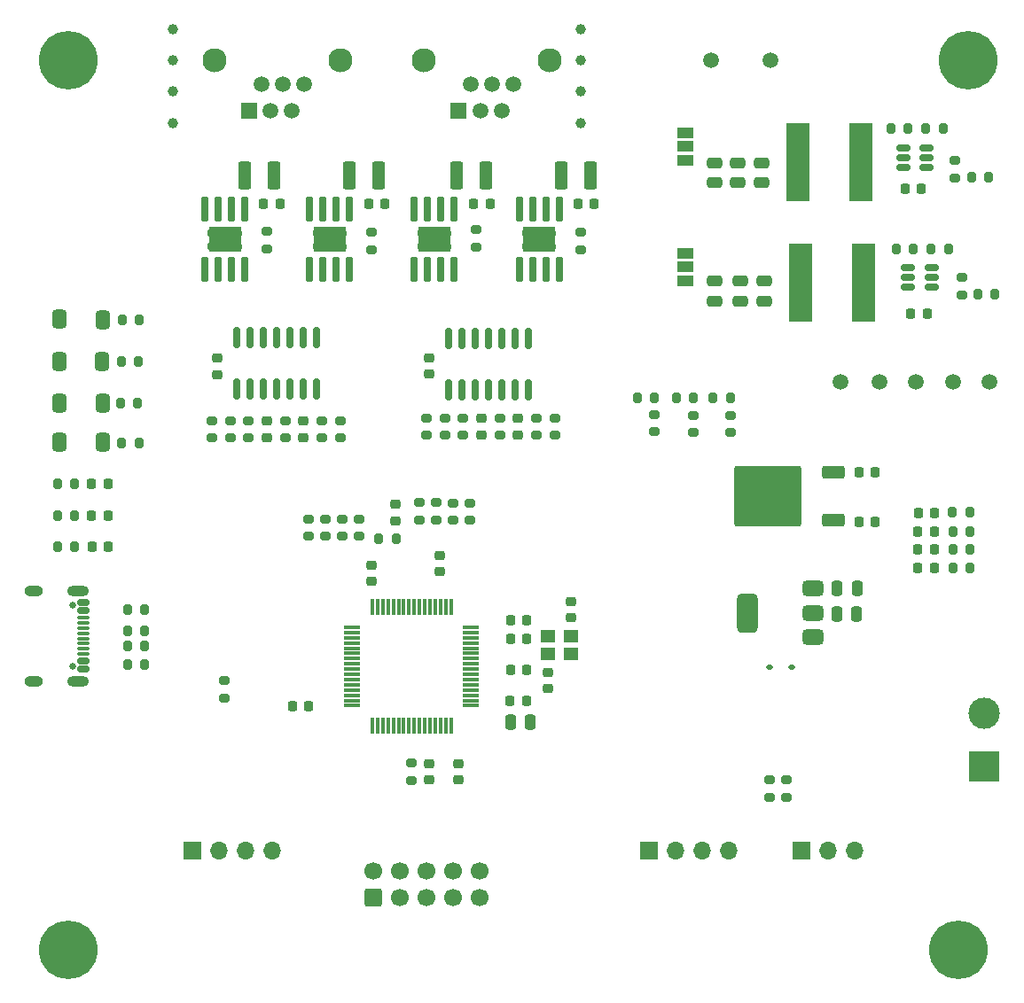
<source format=gts>
G04 #@! TF.GenerationSoftware,KiCad,Pcbnew,8.0.1*
G04 #@! TF.CreationDate,2024-08-03T12:43:22+02:00*
G04 #@! TF.ProjectId,stepper_controller_v2,73746570-7065-4725-9f63-6f6e74726f6c,rev?*
G04 #@! TF.SameCoordinates,Original*
G04 #@! TF.FileFunction,Soldermask,Top*
G04 #@! TF.FilePolarity,Negative*
%FSLAX46Y46*%
G04 Gerber Fmt 4.6, Leading zero omitted, Abs format (unit mm)*
G04 Created by KiCad (PCBNEW 8.0.1) date 2024-08-03 12:43:22*
%MOMM*%
%LPD*%
G01*
G04 APERTURE LIST*
G04 Aperture macros list*
%AMRoundRect*
0 Rectangle with rounded corners*
0 $1 Rounding radius*
0 $2 $3 $4 $5 $6 $7 $8 $9 X,Y pos of 4 corners*
0 Add a 4 corners polygon primitive as box body*
4,1,4,$2,$3,$4,$5,$6,$7,$8,$9,$2,$3,0*
0 Add four circle primitives for the rounded corners*
1,1,$1+$1,$2,$3*
1,1,$1+$1,$4,$5*
1,1,$1+$1,$6,$7*
1,1,$1+$1,$8,$9*
0 Add four rect primitives between the rounded corners*
20,1,$1+$1,$2,$3,$4,$5,0*
20,1,$1+$1,$4,$5,$6,$7,0*
20,1,$1+$1,$6,$7,$8,$9,0*
20,1,$1+$1,$8,$9,$2,$3,0*%
G04 Aperture macros list end*
%ADD10RoundRect,0.225000X-0.250000X0.225000X-0.250000X-0.225000X0.250000X-0.225000X0.250000X0.225000X0*%
%ADD11RoundRect,0.250000X-0.475000X0.250000X-0.475000X-0.250000X0.475000X-0.250000X0.475000X0.250000X0*%
%ADD12RoundRect,0.225000X-0.225000X-0.250000X0.225000X-0.250000X0.225000X0.250000X-0.225000X0.250000X0*%
%ADD13RoundRect,0.200000X-0.275000X0.200000X-0.275000X-0.200000X0.275000X-0.200000X0.275000X0.200000X0*%
%ADD14RoundRect,0.200000X0.275000X-0.200000X0.275000X0.200000X-0.275000X0.200000X-0.275000X-0.200000X0*%
%ADD15C,2.300000*%
%ADD16R,1.520000X1.520000*%
%ADD17C,1.520000*%
%ADD18R,3.100000X2.400000*%
%ADD19RoundRect,0.070000X0.250000X-1.100000X0.250000X1.100000X-0.250000X1.100000X-0.250000X-1.100000X0*%
%ADD20C,0.770000*%
%ADD21RoundRect,0.200000X-0.200000X-0.275000X0.200000X-0.275000X0.200000X0.275000X-0.200000X0.275000X0*%
%ADD22R,1.400000X1.200000*%
%ADD23RoundRect,0.250000X-0.250000X-0.475000X0.250000X-0.475000X0.250000X0.475000X-0.250000X0.475000X0*%
%ADD24R,1.700000X1.700000*%
%ADD25O,1.700000X1.700000*%
%ADD26RoundRect,0.218750X-0.218750X-0.256250X0.218750X-0.256250X0.218750X0.256250X-0.218750X0.256250X0*%
%ADD27RoundRect,0.112500X-0.187500X-0.112500X0.187500X-0.112500X0.187500X0.112500X-0.187500X0.112500X0*%
%ADD28RoundRect,0.218750X0.218750X0.256250X-0.218750X0.256250X-0.218750X-0.256250X0.218750X-0.256250X0*%
%ADD29RoundRect,0.337500X-0.337500X-0.562500X0.337500X-0.562500X0.337500X0.562500X-0.337500X0.562500X0*%
%ADD30C,1.500000*%
%ADD31RoundRect,0.250000X0.600000X-0.600000X0.600000X0.600000X-0.600000X0.600000X-0.600000X-0.600000X0*%
%ADD32C,1.700000*%
%ADD33C,5.600000*%
%ADD34RoundRect,0.375000X0.625000X0.375000X-0.625000X0.375000X-0.625000X-0.375000X0.625000X-0.375000X0*%
%ADD35RoundRect,0.500000X0.500000X1.400000X-0.500000X1.400000X-0.500000X-1.400000X0.500000X-1.400000X0*%
%ADD36C,1.000000*%
%ADD37RoundRect,0.250000X0.850000X0.350000X-0.850000X0.350000X-0.850000X-0.350000X0.850000X-0.350000X0*%
%ADD38RoundRect,0.249997X2.950003X2.650003X-2.950003X2.650003X-2.950003X-2.650003X2.950003X-2.650003X0*%
%ADD39R,3.000000X3.000000*%
%ADD40C,3.000000*%
%ADD41R,1.500000X1.000000*%
%ADD42R,2.200000X7.500000*%
%ADD43RoundRect,0.225000X0.225000X0.250000X-0.225000X0.250000X-0.225000X-0.250000X0.225000X-0.250000X0*%
%ADD44RoundRect,0.150000X-0.150000X0.825000X-0.150000X-0.825000X0.150000X-0.825000X0.150000X0.825000X0*%
%ADD45RoundRect,0.225000X0.250000X-0.225000X0.250000X0.225000X-0.250000X0.225000X-0.250000X-0.225000X0*%
%ADD46RoundRect,0.200000X0.200000X0.275000X-0.200000X0.275000X-0.200000X-0.275000X0.200000X-0.275000X0*%
%ADD47C,0.650000*%
%ADD48RoundRect,0.150000X-0.425000X0.150000X-0.425000X-0.150000X0.425000X-0.150000X0.425000X0.150000X0*%
%ADD49RoundRect,0.075000X-0.500000X0.075000X-0.500000X-0.075000X0.500000X-0.075000X0.500000X0.075000X0*%
%ADD50O,2.100000X1.000000*%
%ADD51O,1.800000X1.000000*%
%ADD52RoundRect,0.250000X-0.375000X-1.075000X0.375000X-1.075000X0.375000X1.075000X-0.375000X1.075000X0*%
%ADD53RoundRect,0.150000X-0.512500X-0.150000X0.512500X-0.150000X0.512500X0.150000X-0.512500X0.150000X0*%
%ADD54RoundRect,0.075000X0.700000X0.075000X-0.700000X0.075000X-0.700000X-0.075000X0.700000X-0.075000X0*%
%ADD55RoundRect,0.075000X0.075000X0.700000X-0.075000X0.700000X-0.075000X-0.700000X0.075000X-0.700000X0*%
%ADD56RoundRect,0.250000X0.250000X0.475000X-0.250000X0.475000X-0.250000X-0.475000X0.250000X-0.475000X0*%
G04 APERTURE END LIST*
D10*
X157250000Y-117225000D03*
X157250000Y-118775000D03*
D11*
X186250000Y-59800000D03*
X186250000Y-61700000D03*
D12*
X195525000Y-89400000D03*
X197075000Y-89400000D03*
D13*
X144250000Y-84425000D03*
X144250000Y-86075000D03*
D14*
X153600000Y-93925000D03*
X153600000Y-92275000D03*
D15*
X146000000Y-50000000D03*
X134000000Y-50000000D03*
D16*
X137325000Y-54840000D03*
D17*
X138470000Y-52300000D03*
X139365000Y-54840000D03*
X140510000Y-52300000D03*
X141405000Y-54840000D03*
X142550000Y-52300000D03*
D18*
X145000000Y-67125000D03*
D19*
X143095000Y-70000000D03*
X144365000Y-70000000D03*
X145635000Y-70000000D03*
X146905000Y-70000000D03*
X146905000Y-64250000D03*
X145635000Y-64250000D03*
X144365000Y-64250000D03*
X143095000Y-64250000D03*
D20*
X143700000Y-67775000D03*
X145000000Y-67775000D03*
X146300000Y-67775000D03*
X143700000Y-66475000D03*
X145000000Y-66475000D03*
X146300000Y-66475000D03*
D21*
X125125000Y-86545000D03*
X126775000Y-86545000D03*
D22*
X165800000Y-106750000D03*
X168000000Y-106750000D03*
X168000000Y-105050000D03*
X165800000Y-105050000D03*
D13*
X169000000Y-66425000D03*
X169000000Y-68075000D03*
D14*
X147800000Y-95500000D03*
X147800000Y-93850000D03*
D18*
X165000000Y-67125000D03*
D19*
X163095000Y-70000000D03*
X164365000Y-70000000D03*
X165635000Y-70000000D03*
X166905000Y-70000000D03*
X166905000Y-64250000D03*
X165635000Y-64250000D03*
X164365000Y-64250000D03*
X163095000Y-64250000D03*
D20*
X163700000Y-67775000D03*
X165000000Y-67775000D03*
X166300000Y-67775000D03*
X163700000Y-66475000D03*
X165000000Y-66475000D03*
X166300000Y-66475000D03*
D23*
X162250000Y-113250000D03*
X164150000Y-113250000D03*
D10*
X159500000Y-84225000D03*
X159500000Y-85775000D03*
D24*
X190055000Y-125500000D03*
D25*
X192595000Y-125500000D03*
X195135000Y-125500000D03*
D26*
X122287500Y-96500000D03*
X123862500Y-96500000D03*
D27*
X187000000Y-108000000D03*
X189100000Y-108000000D03*
D28*
X202750000Y-98500000D03*
X201175000Y-98500000D03*
D29*
X119200000Y-74745000D03*
X123300000Y-74795000D03*
D30*
X187100000Y-50000000D03*
D31*
X149130000Y-130000000D03*
D32*
X149130000Y-127460000D03*
X151670000Y-130000000D03*
X151670000Y-127460000D03*
X154210000Y-130000000D03*
X154210000Y-127460000D03*
X156750000Y-130000000D03*
X156750000Y-127460000D03*
X159290000Y-130000000D03*
X159290000Y-127460000D03*
D10*
X154500000Y-78450000D03*
X154500000Y-80000000D03*
D13*
X135500000Y-84425000D03*
X135500000Y-86075000D03*
D18*
X135000000Y-67125000D03*
D19*
X133095000Y-70000000D03*
X134365000Y-70000000D03*
X135635000Y-70000000D03*
X136905000Y-70000000D03*
X136905000Y-64250000D03*
X135635000Y-64250000D03*
X134365000Y-64250000D03*
X133095000Y-64250000D03*
D20*
X133700000Y-67775000D03*
X135000000Y-67775000D03*
X136300000Y-67775000D03*
X133700000Y-66475000D03*
X135000000Y-66475000D03*
X136300000Y-66475000D03*
D33*
X206000000Y-50000000D03*
X120000000Y-50000000D03*
D14*
X152800000Y-118825000D03*
X152800000Y-117175000D03*
D10*
X163000000Y-84225000D03*
X163000000Y-85775000D03*
D12*
X148750000Y-63750000D03*
X150300000Y-63750000D03*
D34*
X191150000Y-105100000D03*
X191150000Y-102800000D03*
D35*
X184850000Y-102800000D03*
D34*
X191150000Y-100500000D03*
D11*
X186500000Y-71100000D03*
X186500000Y-73000000D03*
D13*
X156000000Y-84175000D03*
X156000000Y-85825000D03*
D10*
X165800000Y-108500000D03*
X165800000Y-110050000D03*
D36*
X169000000Y-56000000D03*
D14*
X156800000Y-93950000D03*
X156800000Y-92300000D03*
D30*
X181450000Y-50000000D03*
D36*
X130000000Y-53000000D03*
D21*
X206900000Y-72325000D03*
X208550000Y-72325000D03*
X178100000Y-82250000D03*
X179750000Y-82250000D03*
D14*
X155200000Y-93925000D03*
X155200000Y-92275000D03*
D37*
X193125000Y-93955000D03*
D38*
X186825000Y-91675000D03*
D37*
X193125000Y-89395000D03*
D39*
X207500000Y-117500000D03*
D40*
X207500000Y-112420000D03*
D41*
X179000000Y-68450000D03*
X179000000Y-69750000D03*
X179000000Y-71050000D03*
D42*
X196000000Y-71250000D03*
X190000000Y-71250000D03*
D24*
X175500000Y-125500000D03*
D25*
X178040000Y-125500000D03*
X180580000Y-125500000D03*
X183120000Y-125500000D03*
D43*
X143000000Y-111750000D03*
X141450000Y-111750000D03*
X202050000Y-74250000D03*
X200500000Y-74250000D03*
D21*
X125175000Y-74795000D03*
X126825000Y-74795000D03*
X204500000Y-96750000D03*
X206150000Y-96750000D03*
D12*
X138700000Y-63750000D03*
X140250000Y-63750000D03*
D10*
X139000000Y-84475000D03*
X139000000Y-86025000D03*
D13*
X164750000Y-84175000D03*
X164750000Y-85825000D03*
D21*
X174350000Y-82250000D03*
X176000000Y-82250000D03*
D44*
X143770000Y-76500000D03*
X142500000Y-76500000D03*
X141230000Y-76500000D03*
X139960000Y-76500000D03*
X138690000Y-76500000D03*
X137420000Y-76500000D03*
X136150000Y-76500000D03*
X136150000Y-81450000D03*
X137420000Y-81450000D03*
X138690000Y-81450000D03*
X139960000Y-81450000D03*
X141230000Y-81450000D03*
X142500000Y-81450000D03*
X143770000Y-81450000D03*
D13*
X183250000Y-83925000D03*
X183250000Y-85575000D03*
D21*
X199100000Y-68000000D03*
X200750000Y-68000000D03*
D33*
X120000000Y-135000000D03*
D14*
X154250000Y-85825000D03*
X154250000Y-84175000D03*
D12*
X162250000Y-103500000D03*
X163800000Y-103500000D03*
D28*
X202750000Y-95000000D03*
X201175000Y-95000000D03*
D14*
X158400000Y-93950000D03*
X158400000Y-92300000D03*
X143000000Y-95500000D03*
X143000000Y-93850000D03*
X146200000Y-95500000D03*
X146200000Y-93850000D03*
D29*
X119200000Y-86450000D03*
X123300000Y-86500000D03*
D13*
X179750000Y-83925000D03*
X179750000Y-85575000D03*
D12*
X195525000Y-94100000D03*
X197075000Y-94100000D03*
D45*
X149000000Y-99775000D03*
X149000000Y-98225000D03*
D15*
X166000000Y-50000000D03*
X154000000Y-50000000D03*
D16*
X157325000Y-54840000D03*
D17*
X158470000Y-52300000D03*
X159365000Y-54840000D03*
X160510000Y-52300000D03*
X161405000Y-54840000D03*
X162550000Y-52300000D03*
D46*
X120650000Y-90500000D03*
X119000000Y-90500000D03*
D21*
X125000000Y-82795000D03*
X126650000Y-82795000D03*
X181600000Y-82250000D03*
X183250000Y-82250000D03*
D45*
X151250000Y-94000000D03*
X151250000Y-92450000D03*
D47*
X120425000Y-102110000D03*
X120425000Y-107890000D03*
D48*
X121500000Y-101800000D03*
X121500000Y-102600000D03*
D49*
X121500000Y-103750000D03*
X121500000Y-104750000D03*
X121500000Y-105250000D03*
X121500000Y-106250000D03*
D48*
X121500000Y-107400000D03*
X121500000Y-108200000D03*
X121500000Y-108200000D03*
X121500000Y-107400000D03*
D49*
X121500000Y-106750000D03*
X121500000Y-105750000D03*
X121500000Y-104250000D03*
X121500000Y-103250000D03*
D48*
X121500000Y-102600000D03*
X121500000Y-101800000D03*
D50*
X120925000Y-100680000D03*
D51*
X116745000Y-100680000D03*
D50*
X120925000Y-109320000D03*
D51*
X116745000Y-109320000D03*
D14*
X166500000Y-85825000D03*
X166500000Y-84175000D03*
X140750000Y-86075000D03*
X140750000Y-84425000D03*
D30*
X201000000Y-80750000D03*
D10*
X142500000Y-84475000D03*
X142500000Y-86025000D03*
D52*
X146850000Y-61000000D03*
X149650000Y-61000000D03*
D45*
X155500000Y-98875000D03*
X155500000Y-97325000D03*
D21*
X125100000Y-78795000D03*
X126750000Y-78795000D03*
D23*
X193400000Y-102900000D03*
X195300000Y-102900000D03*
D14*
X133750000Y-86075000D03*
X133750000Y-84425000D03*
D53*
X200225000Y-69800000D03*
X200225000Y-70750000D03*
X200225000Y-71700000D03*
X202500000Y-71700000D03*
X202500000Y-70750000D03*
X202500000Y-69800000D03*
D12*
X162250000Y-108250000D03*
X163800000Y-108250000D03*
D13*
X187000000Y-118775000D03*
X187000000Y-120425000D03*
D41*
X179000000Y-56950000D03*
X179000000Y-58250000D03*
X179000000Y-59550000D03*
D26*
X122250000Y-93500000D03*
X123825000Y-93500000D03*
D54*
X158500000Y-111675000D03*
X158500000Y-111175000D03*
X158500000Y-110675000D03*
X158500000Y-110175000D03*
X158500000Y-109675000D03*
X158500000Y-109175000D03*
X158500000Y-108675000D03*
X158500000Y-108175000D03*
X158500000Y-107675000D03*
X158500000Y-107175000D03*
X158500000Y-106675000D03*
X158500000Y-106175000D03*
X158500000Y-105675000D03*
X158500000Y-105175000D03*
X158500000Y-104675000D03*
X158500000Y-104175000D03*
D55*
X156575000Y-102250000D03*
X156075000Y-102250000D03*
X155575000Y-102250000D03*
X155075000Y-102250000D03*
X154575000Y-102250000D03*
X154075000Y-102250000D03*
X153575000Y-102250000D03*
X153075000Y-102250000D03*
X152575000Y-102250000D03*
X152075000Y-102250000D03*
X151575000Y-102250000D03*
X151075000Y-102250000D03*
X150575000Y-102250000D03*
X150075000Y-102250000D03*
X149575000Y-102250000D03*
X149075000Y-102250000D03*
D54*
X147150000Y-104175000D03*
X147150000Y-104675000D03*
X147150000Y-105175000D03*
X147150000Y-105675000D03*
X147150000Y-106175000D03*
X147150000Y-106675000D03*
X147150000Y-107175000D03*
X147150000Y-107675000D03*
X147150000Y-108175000D03*
X147150000Y-108675000D03*
X147150000Y-109175000D03*
X147150000Y-109675000D03*
X147150000Y-110175000D03*
X147150000Y-110675000D03*
X147150000Y-111175000D03*
X147150000Y-111675000D03*
D55*
X149075000Y-113600000D03*
X149575000Y-113600000D03*
X150075000Y-113600000D03*
X150575000Y-113600000D03*
X151075000Y-113600000D03*
X151575000Y-113600000D03*
X152075000Y-113600000D03*
X152575000Y-113600000D03*
X153075000Y-113600000D03*
X153575000Y-113600000D03*
X154075000Y-113600000D03*
X154575000Y-113600000D03*
X155075000Y-113600000D03*
X155575000Y-113600000D03*
X156075000Y-113600000D03*
X156575000Y-113600000D03*
D21*
X125675000Y-106000000D03*
X127325000Y-106000000D03*
D13*
X139000000Y-66350000D03*
X139000000Y-68000000D03*
D12*
X162250000Y-105250000D03*
X163800000Y-105250000D03*
D14*
X157750000Y-85825000D03*
X157750000Y-84175000D03*
D56*
X195350000Y-100500000D03*
X193450000Y-100500000D03*
D18*
X155000000Y-67125000D03*
D19*
X153095000Y-70000000D03*
X154365000Y-70000000D03*
X155635000Y-70000000D03*
X156905000Y-70000000D03*
X156905000Y-64250000D03*
X155635000Y-64250000D03*
X154365000Y-64250000D03*
X153095000Y-64250000D03*
D20*
X153700000Y-67775000D03*
X155000000Y-67775000D03*
X156300000Y-67775000D03*
X153700000Y-66475000D03*
X155000000Y-66475000D03*
X156300000Y-66475000D03*
D24*
X131880000Y-125500000D03*
D25*
X134420000Y-125500000D03*
X136960000Y-125500000D03*
X139500000Y-125500000D03*
D21*
X204500000Y-98500000D03*
X206150000Y-98500000D03*
D14*
X146000000Y-86075000D03*
X146000000Y-84425000D03*
D11*
X181750000Y-71100000D03*
X181750000Y-73000000D03*
D44*
X164000000Y-76550000D03*
X162730000Y-76550000D03*
X161460000Y-76550000D03*
X160190000Y-76550000D03*
X158920000Y-76550000D03*
X157650000Y-76550000D03*
X156380000Y-76550000D03*
X156380000Y-81500000D03*
X157650000Y-81500000D03*
X158920000Y-81500000D03*
X160190000Y-81500000D03*
X161460000Y-81500000D03*
X162730000Y-81500000D03*
X164000000Y-81500000D03*
D46*
X120650000Y-96500000D03*
X119000000Y-96500000D03*
D13*
X149000000Y-66425000D03*
X149000000Y-68075000D03*
D14*
X137250000Y-86075000D03*
X137250000Y-84425000D03*
D21*
X204500000Y-95000000D03*
X206150000Y-95000000D03*
X125675000Y-107750000D03*
X127325000Y-107750000D03*
D30*
X193750000Y-80750000D03*
D26*
X122250000Y-90500000D03*
X123825000Y-90500000D03*
D21*
X125675000Y-102500000D03*
X127325000Y-102500000D03*
D46*
X151325000Y-95750000D03*
X149675000Y-95750000D03*
D14*
X161250000Y-85825000D03*
X161250000Y-84175000D03*
D13*
X188600000Y-118750000D03*
X188600000Y-120400000D03*
D29*
X119150000Y-78745000D03*
X123250000Y-78795000D03*
D14*
X134900000Y-110950000D03*
X134900000Y-109300000D03*
D52*
X167100000Y-61000000D03*
X169900000Y-61000000D03*
D13*
X176000000Y-83850000D03*
X176000000Y-85500000D03*
D12*
X168700000Y-63750000D03*
X170250000Y-63750000D03*
X158750000Y-63750000D03*
X160300000Y-63750000D03*
D52*
X157100000Y-61000000D03*
X159900000Y-61000000D03*
D42*
X195750000Y-59750000D03*
X189750000Y-59750000D03*
D29*
X119225000Y-82745000D03*
X123325000Y-82795000D03*
D10*
X154500000Y-117200000D03*
X154500000Y-118750000D03*
D52*
X136850000Y-61000000D03*
X139650000Y-61000000D03*
D30*
X197500000Y-80750000D03*
D53*
X199750000Y-58350000D03*
X199750000Y-59300000D03*
X199750000Y-60250000D03*
X202025000Y-60250000D03*
X202025000Y-59300000D03*
X202025000Y-58350000D03*
D28*
X202787500Y-93250000D03*
X201212500Y-93250000D03*
D36*
X130000000Y-50000000D03*
D11*
X184250000Y-71100000D03*
X184250000Y-73000000D03*
D21*
X125675000Y-104490000D03*
X127325000Y-104490000D03*
D33*
X205000000Y-135000000D03*
D28*
X202750000Y-96750000D03*
X201175000Y-96750000D03*
D36*
X169000000Y-53000000D03*
D21*
X201925000Y-56500000D03*
X203575000Y-56500000D03*
D36*
X169000000Y-47000000D03*
D14*
X204700000Y-61250000D03*
X204700000Y-59600000D03*
D30*
X208000000Y-80750000D03*
D12*
X162225000Y-111250000D03*
X163775000Y-111250000D03*
D13*
X159000000Y-66175000D03*
X159000000Y-67825000D03*
D21*
X206275000Y-61200000D03*
X207925000Y-61200000D03*
D14*
X144600000Y-95500000D03*
X144600000Y-93850000D03*
D21*
X198600000Y-56500000D03*
X200250000Y-56500000D03*
D10*
X134250000Y-78475000D03*
X134250000Y-80025000D03*
D45*
X168050000Y-103250000D03*
X168050000Y-101700000D03*
D21*
X204475000Y-93200000D03*
X206125000Y-93200000D03*
D11*
X181750000Y-59800000D03*
X181750000Y-61700000D03*
D36*
X169000000Y-50000000D03*
D11*
X184000000Y-59800000D03*
X184000000Y-61700000D03*
D43*
X201500000Y-62250000D03*
X199950000Y-62250000D03*
D36*
X130000000Y-56000000D03*
X130000000Y-47000000D03*
D21*
X202425000Y-68000000D03*
X204075000Y-68000000D03*
D14*
X205400000Y-72425000D03*
X205400000Y-70775000D03*
D30*
X204500000Y-80750000D03*
D46*
X120650000Y-93500000D03*
X119000000Y-93500000D03*
M02*

</source>
